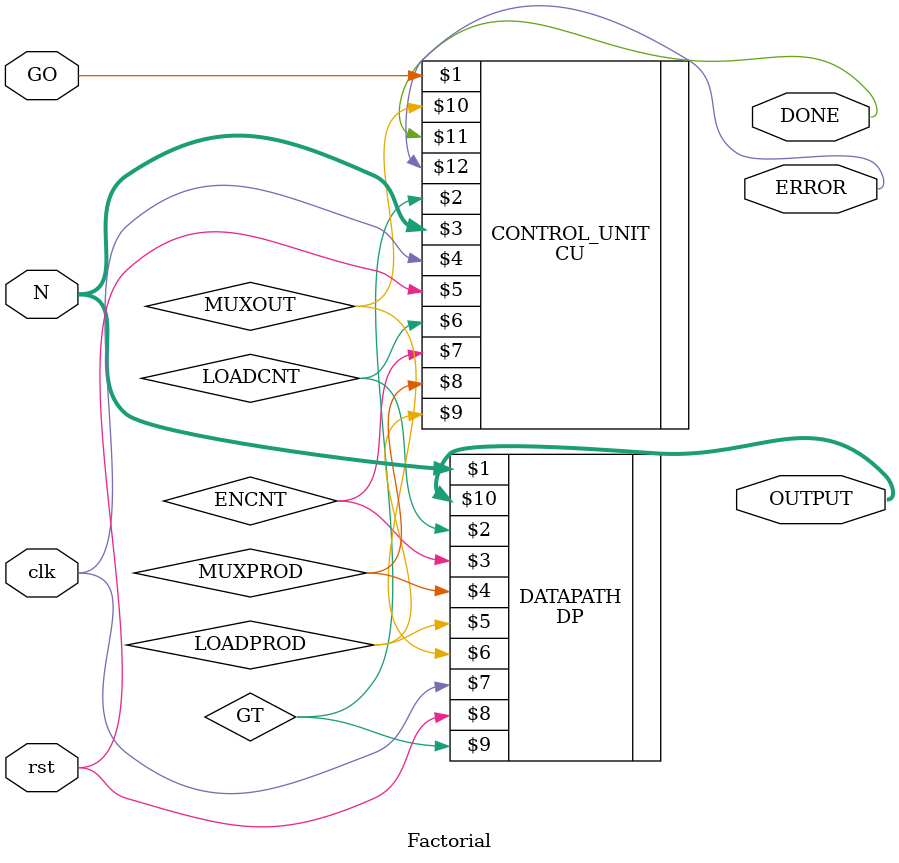
<source format=v>
`timescale 1ns / 1ps


module Factorial(
    input GO, clk, rst,
    input [3:0] N,
    output [31:0] OUTPUT,
    output DONE, ERROR);
    
    wire GT, LOADCNT, ENCNT, MUXPROD, LOADPROD, MUXOUT;
    
    CU CONTROL_UNIT(GO, GT, N, clk, rst, LOADCNT, ENCNT, MUXPROD, LOADPROD, MUXOUT, DONE, ERROR);
    DP DATAPATH(N, LOADCNT, ENCNT, MUXPROD, LOADPROD, MUXOUT, clk, rst, GT, OUTPUT);
    
endmodule

</source>
